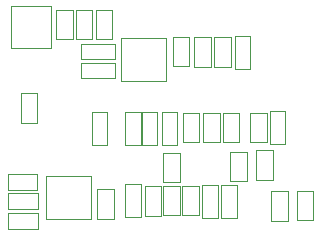
<source format=gbr>
G04 #@! TF.FileFunction,Other,User*
%FSLAX46Y46*%
G04 Gerber Fmt 4.6, Leading zero omitted, Abs format (unit mm)*
G04 Created by KiCad (PCBNEW 4.0.7) date 11/14/17 20:41:01*
%MOMM*%
%LPD*%
G01*
G04 APERTURE LIST*
%ADD10C,0.100000*%
%ADD11C,0.050000*%
G04 APERTURE END LIST*
D10*
D11*
X132365000Y-111540000D02*
X132365000Y-114040000D01*
X132365000Y-111540000D02*
X133765000Y-111540000D01*
X133765000Y-114040000D02*
X132365000Y-114040000D01*
X133765000Y-114040000D02*
X133765000Y-111540000D01*
X141660000Y-113860000D02*
X141660000Y-111360000D01*
X141660000Y-113860000D02*
X140260000Y-113860000D01*
X140260000Y-111360000D02*
X141660000Y-111360000D01*
X140260000Y-111360000D02*
X140260000Y-113860000D01*
X138020000Y-111470000D02*
X138020000Y-113970000D01*
X138020000Y-111470000D02*
X139420000Y-111470000D01*
X139420000Y-113970000D02*
X138020000Y-113970000D01*
X139420000Y-113970000D02*
X139420000Y-111470000D01*
X136370000Y-104300000D02*
X136370000Y-101800000D01*
X136370000Y-104300000D02*
X134970000Y-104300000D01*
X134970000Y-101800000D02*
X136370000Y-101800000D01*
X134970000Y-101800000D02*
X134970000Y-104300000D01*
X135421600Y-110690000D02*
X135421600Y-108190000D01*
X135421600Y-110690000D02*
X134021600Y-110690000D01*
X134021600Y-108190000D02*
X135421600Y-108190000D01*
X134021600Y-108190000D02*
X134021600Y-110690000D01*
X135670000Y-114270000D02*
X135670000Y-117070000D01*
X135670000Y-114270000D02*
X136970000Y-114270000D01*
X136970000Y-117070000D02*
X135670000Y-117070000D01*
X136970000Y-117070000D02*
X136970000Y-114270000D01*
X142712200Y-110840000D02*
X142712200Y-108040000D01*
X142712200Y-110840000D02*
X141412200Y-110840000D01*
X141412200Y-108040000D02*
X142712200Y-108040000D01*
X141412200Y-108040000D02*
X141412200Y-110840000D01*
X139750000Y-104450000D02*
X139750000Y-101650000D01*
X139750000Y-104450000D02*
X138450000Y-104450000D01*
X138450000Y-101650000D02*
X139750000Y-101650000D01*
X138450000Y-101650000D02*
X138450000Y-104450000D01*
X133542800Y-110899400D02*
X133542800Y-108099400D01*
X133542800Y-110899400D02*
X132242800Y-110899400D01*
X132242800Y-108099400D02*
X133542800Y-108099400D01*
X132242800Y-108099400D02*
X132242800Y-110899400D01*
X128170000Y-117150000D02*
X128170000Y-114650000D01*
X128170000Y-117150000D02*
X126770000Y-117150000D01*
X126770000Y-114650000D02*
X128170000Y-114650000D01*
X126770000Y-114650000D02*
X126770000Y-117150000D01*
X143680912Y-114796150D02*
X143680912Y-117296150D01*
X143680912Y-114796150D02*
X145080912Y-114796150D01*
X145080912Y-117296150D02*
X143680912Y-117296150D01*
X145080912Y-117296150D02*
X145080912Y-114796150D01*
X142923600Y-117327000D02*
X142923600Y-114827000D01*
X142923600Y-117327000D02*
X141523600Y-117327000D01*
X141523600Y-114827000D02*
X142923600Y-114827000D01*
X141523600Y-114827000D02*
X141523600Y-117327000D01*
X126270000Y-117170000D02*
X122470000Y-117170000D01*
X126270000Y-113570000D02*
X126270000Y-117170000D01*
X122470000Y-113570000D02*
X126270000Y-113570000D01*
X122470000Y-117170000D02*
X122470000Y-113570000D01*
X136690000Y-101800000D02*
X136690000Y-104300000D01*
X136690000Y-101800000D02*
X138090000Y-101800000D01*
X138090000Y-104300000D02*
X136690000Y-104300000D01*
X138090000Y-104300000D02*
X138090000Y-101800000D01*
X135748800Y-108190000D02*
X135748800Y-110690000D01*
X135748800Y-108190000D02*
X137148800Y-108190000D01*
X137148800Y-110690000D02*
X135748800Y-110690000D01*
X137148800Y-110690000D02*
X137148800Y-108190000D01*
X138799800Y-110690000D02*
X138799800Y-108190000D01*
X138799800Y-110690000D02*
X137399800Y-110690000D01*
X137399800Y-108190000D02*
X138799800Y-108190000D01*
X137399800Y-108190000D02*
X137399800Y-110690000D01*
X139730000Y-108190000D02*
X139730000Y-110690000D01*
X139730000Y-108190000D02*
X141130000Y-108190000D01*
X141130000Y-110690000D02*
X139730000Y-110690000D01*
X141130000Y-110690000D02*
X141130000Y-108190000D01*
X126636200Y-99463400D02*
X126636200Y-101963400D01*
X126636200Y-99463400D02*
X128036200Y-99463400D01*
X128036200Y-101963400D02*
X126636200Y-101963400D01*
X128036200Y-101963400D02*
X128036200Y-99463400D01*
X133170000Y-101730000D02*
X133170000Y-104230000D01*
X133170000Y-101730000D02*
X134570000Y-101730000D01*
X134570000Y-104230000D02*
X133170000Y-104230000D01*
X134570000Y-104230000D02*
X134570000Y-101730000D01*
X124683400Y-101963400D02*
X124683400Y-99463400D01*
X124683400Y-101963400D02*
X123283400Y-101963400D01*
X123283400Y-99463400D02*
X124683400Y-99463400D01*
X123283400Y-99463400D02*
X123283400Y-101963400D01*
X124959800Y-99463400D02*
X124959800Y-101963400D01*
X124959800Y-99463400D02*
X126359800Y-99463400D01*
X126359800Y-101963400D02*
X124959800Y-101963400D01*
X126359800Y-101963400D02*
X126359800Y-99463400D01*
X120305600Y-106508800D02*
X120305600Y-109008800D01*
X120305600Y-106508800D02*
X121705600Y-106508800D01*
X121705600Y-109008800D02*
X120305600Y-109008800D01*
X121705600Y-109008800D02*
X121705600Y-106508800D01*
X119240600Y-116349200D02*
X121740600Y-116349200D01*
X119240600Y-116349200D02*
X119240600Y-114949200D01*
X121740600Y-114949200D02*
X121740600Y-116349200D01*
X121740600Y-114949200D02*
X119240600Y-114949200D01*
X121716600Y-113323600D02*
X119216600Y-113323600D01*
X121716600Y-113323600D02*
X121716600Y-114723600D01*
X119216600Y-114723600D02*
X119216600Y-113323600D01*
X119216600Y-114723600D02*
X121716600Y-114723600D01*
X119240600Y-118025600D02*
X121740600Y-118025600D01*
X119240600Y-118025600D02*
X119240600Y-116625600D01*
X121740600Y-116625600D02*
X121740600Y-118025600D01*
X121740600Y-116625600D02*
X119240600Y-116625600D01*
X132365000Y-114360400D02*
X132365000Y-116860400D01*
X132365000Y-114360400D02*
X133765000Y-114360400D01*
X133765000Y-116860400D02*
X132365000Y-116860400D01*
X133765000Y-116860400D02*
X133765000Y-114360400D01*
X133965200Y-114360400D02*
X133965200Y-116860400D01*
X133965200Y-114360400D02*
X135365200Y-114360400D01*
X135365200Y-116860400D02*
X133965200Y-116860400D01*
X135365200Y-116860400D02*
X135365200Y-114360400D01*
X130790200Y-114385800D02*
X130790200Y-116885800D01*
X130790200Y-114385800D02*
X132190200Y-114385800D01*
X132190200Y-116885800D02*
X130790200Y-116885800D01*
X132190200Y-116885800D02*
X132190200Y-114385800D01*
X122900000Y-99150000D02*
X119500000Y-99150000D01*
X119500000Y-99150000D02*
X119500000Y-102650000D01*
X119500000Y-102650000D02*
X122900000Y-102650000D01*
X122900000Y-102650000D02*
X122900000Y-99150000D01*
X131840000Y-110910000D02*
X131840000Y-108110000D01*
X131840000Y-110910000D02*
X130540000Y-110910000D01*
X130540000Y-108110000D02*
X131840000Y-108110000D01*
X130540000Y-108110000D02*
X130540000Y-110910000D01*
X128242600Y-102337600D02*
X125442600Y-102337600D01*
X128242600Y-102337600D02*
X128242600Y-103637600D01*
X125442600Y-103637600D02*
X125442600Y-102337600D01*
X125442600Y-103637600D02*
X128242600Y-103637600D01*
X129160000Y-108100000D02*
X129160000Y-110900000D01*
X129160000Y-108100000D02*
X130460000Y-108100000D01*
X130460000Y-110900000D02*
X129160000Y-110900000D01*
X130460000Y-110900000D02*
X130460000Y-108100000D01*
X127600000Y-110910000D02*
X127600000Y-108110000D01*
X127600000Y-110910000D02*
X126300000Y-110910000D01*
X126300000Y-108110000D02*
X127600000Y-108110000D01*
X126300000Y-108110000D02*
X126300000Y-110910000D01*
X130463800Y-117010400D02*
X130463800Y-114210400D01*
X130463800Y-117010400D02*
X129163800Y-117010400D01*
X129163800Y-114210400D02*
X130463800Y-114210400D01*
X129163800Y-114210400D02*
X129163800Y-117010400D01*
X137290000Y-114270000D02*
X137290000Y-117070000D01*
X137290000Y-114270000D02*
X138590000Y-114270000D01*
X138590000Y-117070000D02*
X137290000Y-117070000D01*
X138590000Y-117070000D02*
X138590000Y-114270000D01*
X128242600Y-103937800D02*
X125442600Y-103937800D01*
X128242600Y-103937800D02*
X128242600Y-105237800D01*
X125442600Y-105237800D02*
X125442600Y-103937800D01*
X125442600Y-105237800D02*
X128242600Y-105237800D01*
X128780000Y-105480000D02*
X132580000Y-105480000D01*
X132580000Y-105480000D02*
X132580000Y-101880000D01*
X132580000Y-101880000D02*
X128780000Y-101880000D01*
X128780000Y-101880000D02*
X128780000Y-105480000D01*
M02*

</source>
